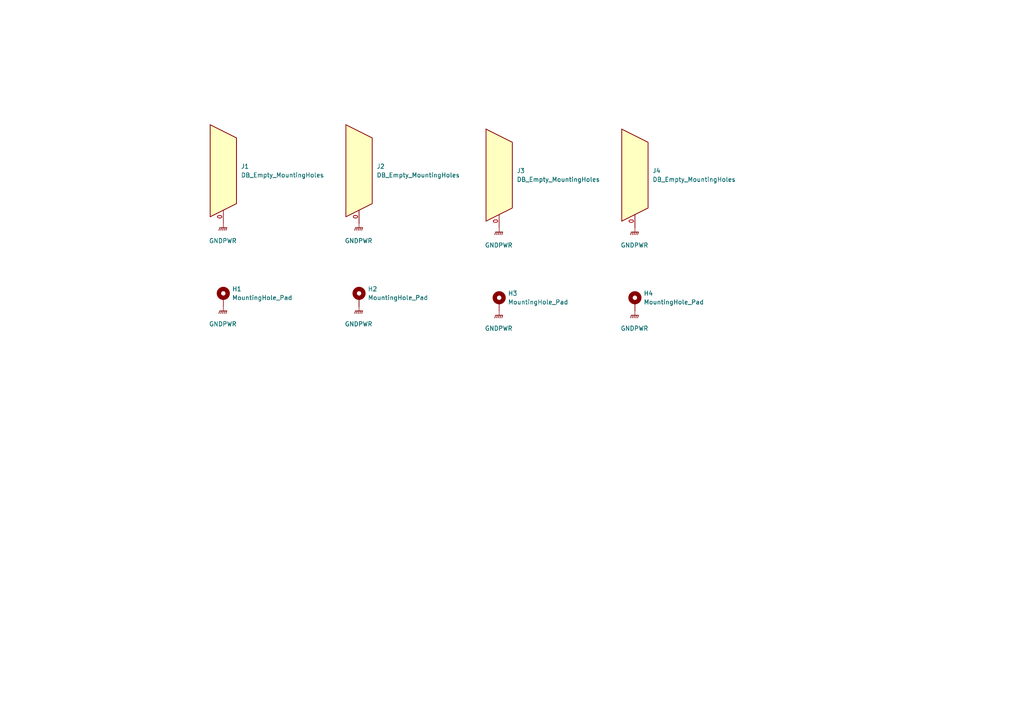
<source format=kicad_sch>
(kicad_sch (version 20211123) (generator eeschema)
  (paper "A4")
  (title_block (title "Front Panel ") (date "2023-01-23") (rev "A") (company "https://github.com/peterheinrich/DA20-C1-ProcedureTrainer ") (comment 1 "Open Hardware ") (comment 2 "License: CERN-OHL-P ") (comment 3 "© 2023 by Peter Heinrich ") (comment 4 "DA20 Hardware Cockpit Simulator Project"))
  (lib_symbols
    (symbol "Mechanical:MountingHole_Pad" (pin_numbers hide) (pin_names (offset 1.016) hide)
      (property "Reference" "H" (at 0 6.35 0))
      (property "Value" "MountingHole_Pad" (at 0 4.445 0))
      (symbol "MountingHole_Pad_0_1"
        (circle (center 0 1.27) (radius 1.27) (stroke (width 1.27)))
      )
      (symbol "MountingHole_Pad_1_1"
        (pin input line (at 0 -2.54 90) (length 2.54) (name "1") (number "1"))
      )
    )
    (symbol "db_cutout_mountingholes:DB_Empty_MountingHoles" (pin_names (offset 1.016) hide)
      (property "Reference" "J?" (at 5.08 1.2701 0))
      (property "Value" "DB9_Female_MountingHoles" (at 5.08 -1.2699 0))
      (symbol "DB_Empty_MountingHoles_0_1"
        (polyline (pts (xy -3.81 13.335) (xy -3.81 -13.335) (xy 3.81 -9.525) (xy 3.81 9.525) (xy -3.81 13.335)) (stroke (width 0.254)) (fill (type background)))
      )
      (symbol "DB_Empty_MountingHoles_1_1"
        (pin passive line (at 0 -15.24 90) (length 3.81) (name "PAD") (number "0"))
      )
    )
    (symbol "power:GNDPWR" (power) (pin_names (offset 0))
      (property "Value" "GNDPWR" (at 0 -3.302 0))
      (symbol "GNDPWR_0_1"
        (polyline (pts (xy 0 -1.27) (xy 0 0)))
        (polyline (pts (xy -1.016 -1.27) (xy -1.27 -2.032) (xy -1.27 -2.032)) (stroke (width 0.2032)))
        (polyline (pts (xy -0.508 -1.27) (xy -0.762 -2.032) (xy -0.762 -2.032)) (stroke (width 0.2032)))
        (polyline (pts (xy 0 -1.27) (xy -0.254 -2.032) (xy -0.254 -2.032)) (stroke (width 0.2032)))
        (polyline (pts (xy 0.508 -1.27) (xy 0.254 -2.032) (xy 0.254 -2.032)) (stroke (width 0.2032)))
        (polyline (pts (xy 1.016 -1.27) (xy -1.016 -1.27) (xy -1.016 -1.27)) (stroke (width 0.2032)))
        (polyline (pts (xy 1.016 -1.27) (xy 0.762 -2.032) (xy 0.762 -2.032) (xy 0.762 -2.032)) (stroke (width 0.2032)))
      )
      (symbol "GNDPWR_1_1"
        (pin power_in line (at 0 0 270) (length 0) hide (name "GNDPWR") (number "1"))
      )
    )
  )
  (symbol (lib_id "Mechanical:MountingHole_Pad") (at 104.14 86.36 0) (unit 1)
    (property "Reference" "H2" (at 106.68 83.8199 0) (effects (justify left)))
    (property "Value" "MountingHole_Pad" (at 106.68 86.3599 0) (effects (justify left)))
    (property "Footprint" "MountingHole:MountingHole_3.2mm_M3_DIN965_Pad" (effects hide))
  )
  (symbol (lib_id "power:GNDPWR") (at 184.15 90.17 0) (unit 1)
    (property "Reference" "#PWR08" (effects hide))
    (property "Value" "GNDPWR" (at 184.023 95.25 0))
  )
  (symbol (lib_id "Mechanical:MountingHole_Pad") (at 184.15 87.63 0) (unit 1)
    (property "Reference" "H4" (at 186.69 85.0899 0) (effects (justify left)))
    (property "Value" "MountingHole_Pad" (at 186.69 87.6299 0) (effects (justify left)))
    (property "Footprint" "MountingHole:MountingHole_3.2mm_M3_DIN965_Pad" (effects hide))
  )
  (symbol (lib_id "Mechanical:MountingHole_Pad") (at 144.78 87.63 0) (unit 1)
    (property "Reference" "H3" (at 147.32 85.0899 0) (effects (justify left)))
    (property "Value" "MountingHole_Pad" (at 147.32 87.6299 0) (effects (justify left)))
    (property "Footprint" "MountingHole:MountingHole_3.2mm_M3_DIN965_Pad" (effects hide))
  )
  (symbol (lib_id "power:GNDPWR") (at 144.78 90.17 0) (unit 1)
    (property "Reference" "#PWR07" (effects hide))
    (property "Value" "GNDPWR" (at 144.653 95.25 0))
  )
  (symbol (lib_id "power:GNDPWR") (at 104.14 64.77 0) (unit 1)
    (property "Reference" "#PWR02" (effects hide))
    (property "Value" "GNDPWR" (at 104.013 69.85 0))
  )
  (symbol (lib_id "db_cutout_mountingholes:DB_Empty_MountingHoles") (at 184.15 50.8 0) (unit 1)
    (property "Reference" "J4" (at 189.23 49.5299 0) (effects (justify left)))
    (property "Value" "DB_Empty_MountingHoles" (at 189.23 52.0699 0) (effects (justify left)))
    (property "Footprint" "dsub_cutouts:DSUB-25_Cutout_MountingHoles" (effects hide))
    (property "Datasheet" " ~" (effects hide))
  )
  (symbol (lib_id "Mechanical:MountingHole_Pad") (at 64.77 86.36 0) (unit 1)
    (property "Reference" "H1" (at 67.31 83.8199 0) (effects (justify left)))
    (property "Value" "MountingHole_Pad" (at 67.31 86.3599 0) (effects (justify left)))
    (property "Footprint" "MountingHole:MountingHole_3.2mm_M3_DIN965_Pad" (effects hide))
  )
  (symbol (lib_id "db_cutout_mountingholes:DB_Empty_MountingHoles") (at 144.78 50.8 0) (unit 1)
    (property "Reference" "J3" (at 149.86 49.5299 0) (effects (justify left)))
    (property "Value" "DB_Empty_MountingHoles" (at 149.86 52.0699 0) (effects (justify left)))
    (property "Footprint" "dsub_cutouts:DSUB-9_Cutout_MountingHoles" (effects hide))
    (property "Datasheet" " ~" (effects hide))
  )
  (symbol (lib_id "power:GNDPWR") (at 104.14 88.9 0) (unit 1)
    (property "Reference" "#PWR06" (effects hide))
    (property "Value" "GNDPWR" (at 104.013 93.98 0))
  )
  (symbol (lib_id "db_cutout_mountingholes:DB_Empty_MountingHoles") (at 104.14 49.53 0) (unit 1)
    (property "Reference" "J2" (at 109.22 48.2599 0) (effects (justify left)))
    (property "Value" "DB_Empty_MountingHoles" (at 109.22 50.7999 0) (effects (justify left)))
    (property "Footprint" "dsub_cutouts:DSUB-9_Cutout_MountingHoles" (effects hide))
    (property "Datasheet" " ~" (effects hide))
  )
  (symbol (lib_id "power:GNDPWR") (at 184.15 66.04 0) (unit 1)
    (property "Reference" "#PWR04" (effects hide))
    (property "Value" "GNDPWR" (at 184.023 71.12 0))
  )
  (symbol (lib_id "db_cutout_mountingholes:DB_Empty_MountingHoles") (at 64.77 49.53 0) (unit 1)
    (property "Reference" "J1" (at 69.85 48.2599 0) (effects (justify left)))
    (property "Value" "DB_Empty_MountingHoles" (at 69.85 50.7999 0) (effects (justify left)))
    (property "Footprint" "dsub_cutouts:DSUB-9_Cutout_MountingHoles" (effects hide))
    (property "Datasheet" " ~" (effects hide))
  )
  (symbol (lib_id "power:GNDPWR") (at 64.77 64.77 0) (unit 1)
    (property "Reference" "#PWR01" (effects hide))
    (property "Value" "GNDPWR" (at 64.643 69.85 0))
  )
  (symbol (lib_id "power:GNDPWR") (at 144.78 66.04 0) (unit 1)
    (property "Reference" "#PWR03" (effects hide))
    (property "Value" "GNDPWR" (at 144.653 71.12 0))
  )
  (symbol (lib_id "power:GNDPWR") (at 64.77 88.9 0) (unit 1)
    (property "Reference" "#PWR05" (effects hide))
    (property "Value" "GNDPWR" (at 64.643 93.98 0))
  )
)
</source>
